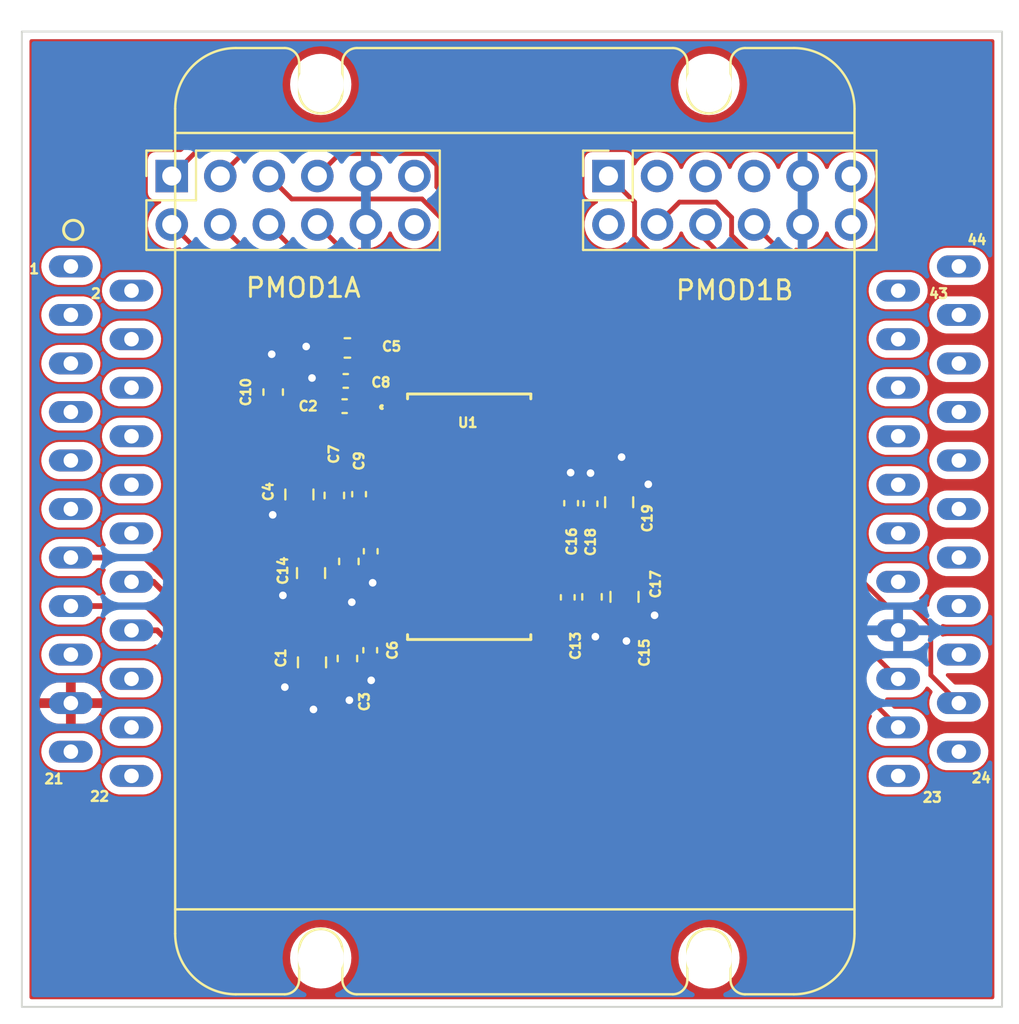
<source format=kicad_pcb>
(kicad_pcb (version 20210424) (generator pcbnew)
  (layers (0 "F.Cu" signal) (31 "B.Cu" signal) (34 "B.Paste" user) (35 "F.Paste" user) (36 "B.SilkS" user "B.Silkscreen") (37 "F.SilkS" user "F.Silkscreen") (38 "B.Mask" user) (39 "F.Mask" user) (44 "Edge.Cuts" user))
  (net 0 "")
  (net 1 "GND")
  (net 15 "+3V3")
  (net 17 "/LVDS2-")
  (net 18 "/LVDS2+")
  (net 19 "/LVDS1-")
  (net 20 "/LVDS1+")
  (net 21 "/LVDS0-")
  (net 22 "/LVDS0+")
  (net 23 "/LVDSCLK-")
  (net 24 "/LVDSCLK+")
  (net 25 "/SDIN")
  (net 26 "/SDCLK")
  (net 27 "/SDOUT")
  (net 28 "/TXIN0")
  (net 29 "/TXIN1")
  (net 30 "/TXIN2")
  (net 31 "/TXIN3")
  (net 32 "/TXIN4")
  (net 33 "/TXIN5")
  (net 34 "/TXIN6")
  (net 35 "/TXIN7")
  (net 36 "/TXCLK")
  (footprint "Capacitor_SMD:C_0402_1005Metric_Pad0.74x0.62mm_HandSolder" (layer "F.Cu") (at 163.068 93.4974 -90)
    (property "Value" "GRM155R71H102KA01J")
    (fp_text reference "C13" (at 2.54 -0.4064 90) (layer "F.SilkS") (effects (font (size 0.5 0.5))))
    (fp_text value "1n")
    (pad "1" smd roundrect locked (at -0.5675 0 270) (size 0.735 0.62) (layers "F.Cu" "F.Paste" "F.Mask") (net 15 "+3V3"))
    (pad "2" smd roundrect locked (at 0.5675 0 270) (size 0.735 0.62) (layers "F.Cu" "F.Paste" "F.Mask") (net 1 "GND"))
  )
  (footprint "Capacitor_SMD:C_0402_1005Metric_Pad0.74x0.62mm_HandSolder" (layer "F.Cu") (at 163.2458 88.5698 90)
    (property "Value" "GRM155R71H102KA01J")
    (fp_text reference "C16" (at -2.0066 0.0254 90) (layer "F.SilkS") (effects (font (size 0.5 0.5))))
    (fp_text value "1n")
    (pad "1" smd roundrect locked (at -0.5675 0 90) (size 0.735 0.62) (layers "F.Cu" "F.Paste" "F.Mask") (net 15 "+3V3"))
    (pad "2" smd roundrect locked (at 0.5675 0 90) (size 0.735 0.62) (layers "F.Cu" "F.Paste" "F.Mask") (net 1 "GND"))
  )
  (footprint "Capacitor_SMD:C_0805_2012Metric_Pad1.18x1.45mm_HandSolder" (layer "F.Cu") (at 149.6822 96.901 -90)
    (property "Value" "C0805C104Z5VACTU")
    (fp_text reference "C1" (at -0.2286 1.6256 90) (layer "F.SilkS") (effects (font (size 0.5 0.5))))
    (fp_text value "100n")
    (pad "1" smd roundrect (at -1.0375 0 270) (size 1.175 1.45) (layers "F.Cu" "F.Paste" "F.Mask") (roundrect_rratio 0.2127659574) (net 15 "+3V3"))
    (pad "2" smd roundrect (at 1.0375 0 270) (size 1.175 1.45) (layers "F.Cu" "F.Paste" "F.Mask") (roundrect_rratio 0.2127659574) (net 1 "GND"))
  )
  (footprint "Capacitor_SMD:C_0805_2012Metric_Pad1.18x1.45mm_HandSolder" (layer "F.Cu") (at 149.6314 92.2274 -90)
    (property "Value" "C0805C104Z5VACTU")
    (fp_text reference "C14" (at -0.127 1.4732 90) (layer "F.SilkS") (effects (font (size 0.5 0.5))))
    (fp_text value "100n")
    (pad "1" smd roundrect locked (at -1.0375 0 270) (size 1.175 1.45) (layers "F.Cu" "F.Paste" "F.Mask") (roundrect_rratio 0.2127659574) (net 15 "+3V3"))
    (pad "2" smd roundrect locked (at 1.0375 0 270) (size 1.175 1.45) (layers "F.Cu" "F.Paste" "F.Mask") (roundrect_rratio 0.2127659574) (net 1 "GND"))
  )
  (footprint "Capacitor_SMD:C_0603_1608Metric_Pad1.08x0.95mm_HandSolder" (layer "F.Cu") (at 151.5353 80.4418 180)
    (property "Value" "C0603C103M5RACTU")
    (fp_text reference "C5" (at -2.3125 0.0762) (layer "F.SilkS") (effects (font (size 0.5 0.5))))
    (fp_text value "10n")
    (pad "1" smd roundrect locked (at -0.8625 0 180) (size 1.075 0.95) (layers "F.Cu" "F.Paste" "F.Mask") (net 15 "+3V3"))
    (pad "2" smd roundrect locked (at 0.8625 0 180) (size 1.075 0.95) (layers "F.Cu" "F.Paste" "F.Mask") (net 1 "GND"))
  )
  (footprint "Capacitor_SMD:C_0805_2012Metric_Pad1.18x1.45mm_HandSolder" (layer "F.Cu") (at 149.0218 88.1126 -90)
    (property "Value" "C0805C104Z5VACTU")
    (fp_text reference "C4" (at -0.1524 1.6256 90) (layer "F.SilkS") (effects (font (size 0.5 0.5))))
    (fp_text value "100n")
    (pad "1" smd roundrect locked (at -1.0375 0 270) (size 1.175 1.45) (layers "F.Cu" "F.Paste" "F.Mask") (roundrect_rratio 0.2127659574) (net 15 "+3V3"))
    (pad "2" smd roundrect locked (at 1.0375 0 270) (size 1.175 1.45) (layers "F.Cu" "F.Paste" "F.Mask") (roundrect_rratio 0.2127659574) (net 1 "GND"))
  )
  (footprint "proj_footprints:PMOD" (layer "F.Cu") (at 171.8056 72.7456 90)
    (fp_text reference "J3" hide)
    (fp_text value "PMOD1B")
    (pad "1" thru_hole rect locked (at 1.302 -6.604 90) (size 1.7 1.7) (drill 1) (layers *.Cu *.Mask) (net 36 "/TXCLK"))
    (pad "2" thru_hole oval locked (at 1.302 -4.064 90) (size 1.7 1.7) (drill 1) (layers *.Cu *.Mask))
    (pad "3" thru_hole oval locked (at 1.302 -1.524 90) (size 1.7 1.7) (drill 1) (layers *.Cu *.Mask))
    (pad "4" thru_hole oval locked (at 1.302 1.016 90) (size 1.7 1.7) (drill 1) (layers *.Cu *.Mask))
    (pad "5" thru_hole oval locked (at 1.302 3.556 90) (size 1.7 1.7) (drill 1) (layers *.Cu *.Mask) (net 1 "GND"))
    (pad "6" thru_hole oval locked (at 1.302 6.096 90) (size 1.7 1.7) (drill 1) (layers *.Cu *.Mask))
    (pad "7" thru_hole oval locked (at -1.238 -6.604 90) (size 1.7 1.7) (drill 1) (layers *.Cu *.Mask))
    (pad "8" thru_hole oval locked (at -1.238 -4.064 90) (size 1.7 1.7) (drill 1) (layers *.Cu *.Mask) (net 27 "/SDOUT"))
    (pad "9" thru_hole oval locked (at -1.238 -1.524 90) (size 1.7 1.7) (drill 1) (layers *.Cu *.Mask) (net 25 "/SDIN"))
    (pad "10" thru_hole oval locked (at -1.238 1.016 90) (size 1.7 1.7) (drill 1) (layers *.Cu *.Mask) (net 26 "/SDCLK"))
    (pad "11" thru_hole oval locked (at -1.238 3.556 90) (size 1.7 1.7) (drill 1) (layers *.Cu *.Mask) (net 1 "GND"))
    (pad "12" thru_hole oval locked (at -1.238 6.096 90) (size 1.7 1.7) (drill 1) (layers *.Cu *.Mask))
  )
  (footprint "Capacitor_SMD:C_0402_1005Metric_Pad0.74x0.62mm_HandSolder" (layer "F.Cu") (at 164.2618 88.5952 90)
    (property "Value" "C0603C103M5RACTU")
    (fp_text reference "C18" (at -2.0066 0 90) (layer "F.SilkS") (effects (font (size 0.5 0.5))))
    (fp_text value "10n")
    (pad "1" smd roundrect locked (at -0.5675 0 90) (size 0.735 0.62) (layers "F.Cu" "F.Paste" "F.Mask") (net 15 "+3V3"))
    (pad "2" smd roundrect locked (at 0.5675 0 90) (size 0.735 0.62) (layers "F.Cu" "F.Paste" "F.Mask") (net 1 "GND"))
  )
  (footprint "proj_footprints:PMOD" (layer "F.Cu") (at 148.9456 72.7456 90)
    (fp_text reference "J2" hide)
    (fp_text value "PMOD1A")
    (pad "1" thru_hole rect locked (at 1.302 -6.604 90) (size 1.7 1.7) (drill 1) (layers *.Cu *.Mask) (net 28 "/TXIN0"))
    (pad "2" thru_hole oval locked (at 1.302 -4.064 90) (size 1.7 1.7) (drill 1) (layers *.Cu *.Mask) (net 29 "/TXIN1"))
    (pad "3" thru_hole oval locked (at 1.302 -1.524 90) (size 1.7 1.7) (drill 1) (layers *.Cu *.Mask) (net 30 "/TXIN2"))
    (pad "4" thru_hole oval locked (at 1.302 1.016 90) (size 1.7 1.7) (drill 1) (layers *.Cu *.Mask) (net 31 "/TXIN3"))
    (pad "5" thru_hole oval locked (at 1.302 3.556 90) (size 1.7 1.7) (drill 1) (layers *.Cu *.Mask) (net 1 "GND"))
    (pad "6" thru_hole oval locked (at 1.302 6.096 90) (size 1.7 1.7) (drill 1) (layers *.Cu *.Mask))
    (pad "7" thru_hole oval locked (at -1.238 -6.604 90) (size 1.7 1.7) (drill 1) (layers *.Cu *.Mask) (net 32 "/TXIN4"))
    (pad "8" thru_hole oval locked (at -1.238 -4.064 90) (size 1.7 1.7) (drill 1) (layers *.Cu *.Mask) (net 33 "/TXIN5"))
    (pad "9" thru_hole oval locked (at -1.238 -1.524 90) (size 1.7 1.7) (drill 1) (layers *.Cu *.Mask) (net 34 "/TXIN6"))
    (pad "10" thru_hole oval locked (at -1.238 1.016 90) (size 1.7 1.7) (drill 1) (layers *.Cu *.Mask) (net 35 "/TXIN7"))
    (pad "11" thru_hole oval locked (at -1.238 3.556 90) (size 1.7 1.7) (drill 1) (layers *.Cu *.Mask) (net 1 "GND"))
    (pad "12" thru_hole oval locked (at -1.238 6.096 90) (size 1.7 1.7) (drill 1) (layers *.Cu *.Mask))
  )
  (footprint "Capacitor_SMD:C_0603_1608Metric_Pad1.08x0.95mm_HandSolder" (layer "F.Cu") (at 164.338 93.472 -90)
    (property "Value" "C0603C103M5RACTU")
    (fp_text reference "C15" (at 2.921 -2.7432 90) (layer "F.SilkS") (effects (font (size 0.5 0.5))))
    (fp_text value "10n")
    (pad "1" smd roundrect locked (at -0.8625 0 270) (size 1.075 0.95) (layers "F.Cu" "F.Paste" "F.Mask") (net 15 "+3V3"))
    (pad "2" smd roundrect locked (at 0.8625 0 270) (size 1.075 0.95) (layers "F.Cu" "F.Paste" "F.Mask") (net 1 "GND"))
  )
  (footprint "Capacitor_SMD:C_0603_1608Metric_Pad1.08x0.95mm_HandSolder" (layer "F.Cu") (at 147.6502 82.7532 90)
    (property "Value" "GRM188R61A106KE69J")
    (fp_text reference "C10" (at 0 -1.43 90) (layer "F.SilkS") (effects (font (size 0.5 0.5))))
    (fp_text value "10u")
    (pad "1" smd roundrect (at -0.8625 0 90) (size 1.075 0.95) (layers "F.Cu" "F.Paste" "F.Mask") (net 15 "+3V3"))
    (pad "2" smd roundrect (at 0.8625 0 90) (size 1.075 0.95) (layers "F.Cu" "F.Paste" "F.Mask") (net 1 "GND"))
  )
  (footprint "Capacitor_SMD:C_0603_1608Metric_Pad1.08x0.95mm_HandSolder" (layer "F.Cu") (at 151.5364 96.6978 -90)
    (property "Value" "C0603C103M5RACTU")
    (fp_text reference "C3" (at 2.2606 -0.889 90) (layer "F.SilkS") (effects (font (size 0.5 0.5))))
    (fp_text value "10n")
    (pad "1" smd roundrect locked (at -0.8625 0 270) (size 1.075 0.95) (layers "F.Cu" "F.Paste" "F.Mask") (net 15 "+3V3"))
    (pad "2" smd roundrect locked (at 0.8625 0 270) (size 1.075 0.95) (layers "F.Cu" "F.Paste" "F.Mask") (net 1 "GND"))
  )
  (footprint "Capacitor_SMD:C_0603_1608Metric_Pad1.08x0.95mm_HandSolder" (layer "F.Cu") (at 150.8506 88.1634 -90)
    (property "Value" "C0603C103M5RACTU")
    (fp_text reference "C7" (at -2.159 0.0254 90) (layer "F.SilkS") (effects (font (size 0.5 0.5))))
    (fp_text value "10n")
    (pad "1" smd roundrect locked (at -0.8625 0 270) (size 1.075 0.95) (layers "F.Cu" "F.Paste" "F.Mask") (net 15 "+3V3"))
    (pad "2" smd roundrect locked (at 0.8625 0 270) (size 1.075 0.95) (layers "F.Cu" "F.Paste" "F.Mask") (net 1 "GND"))
  )
  (footprint "proj_footprints:pirt_test_conn" (layer "F.Cu") (at 160.2994 89.5096)
    (fp_text reference "J1" hide)
    (fp_text value "pirt_test_conn" hide)
    (fp_text user "1" (at -25.483818 -12.9032) (layer "F.SilkS") (effects (font (size 0.508 0.508) (thickness 0.127)) (justify left bottom)))
    (fp_text user "2" (at -22.258018 -11.612881) (layer "F.SilkS") (effects (font (size 0.508 0.508) (thickness 0.127)) (justify left bottom)))
    (fp_text user "44" (at 23.622 -14.4272) (layer "F.SilkS") (effects (font (size 0.508 0.508) (thickness 0.127)) (justify left bottom)))
    (fp_text user "21" (at -24.6888 13.7922) (layer "F.SilkS") (effects (font (size 0.508 0.508) (thickness 0.127)) (justify left bottom)))
    (fp_text user "22" (at -22.3012 14.7066) (layer "F.SilkS") (effects (font (size 0.508 0.508) (thickness 0.127)) (justify left bottom)))
    (fp_text user "43" (at 21.612859 -11.612881) (layer "F.SilkS") (effects (font (size 0.508 0.508) (thickness 0.127)) (justify left bottom)))
    (fp_text user "24" (at 23.8506 13.7414) (layer "F.SilkS") (effects (font (size 0.508 0.508) (thickness 0.127)) (justify left bottom)))
    (fp_text user "23" (at 21.2852 14.7574) (layer "F.SilkS") (effects (font (size 0.508 0.508) (thickness 0.127)) (justify left bottom)))
    (pad "" np_thru_hole circle (at 10.16 -22.86) (size 2.4 2.4) (drill 2.4) (layers *.Cu *.Mask))
    (pad "" np_thru_hole circle (at -10.16 -22.86) (size 2.4 2.4) (drill 2.4) (layers *.Cu *.Mask))
    (pad "" np_thru_hole circle (at -10.16 22.86) (size 2.4 2.4) (drill 2.4) (layers *.Cu *.Mask))
    (pad "" np_thru_hole circle (at 10.16 22.86) (size 2.4 2.4) (drill 2.4) (layers *.Cu *.Mask))
    (pad "1" thru_hole oval (at -23.241 -13.335) (size 2.286 1.143) (drill 0.762) (layers *.Cu *.Mask))
    (pad "2" thru_hole oval (at -20.066 -12.065) (size 2.286 1.143) (drill 0.762) (layers *.Cu *.Mask))
    (pad "3" thru_hole oval (at -23.241 -10.795) (size 2.286 1.143) (drill 0.762) (layers *.Cu *.Mask))
    (pad "4" thru_hole oval (at -20.066 -9.525) (size 2.286 1.143) (drill 0.762) (layers *.Cu *.Mask))
    (pad "5" thru_hole oval (at -23.241 -8.255) (size 2.286 1.143) (drill 0.762) (layers *.Cu *.Mask))
    (pad "6" thru_hole oval (at -20.066 -6.985) (size 2.286 1.143) (drill 0.762) (layers *.Cu *.Mask))
    (pad "7" thru_hole oval (at -23.241 -5.715) (size 2.286 1.143) (drill 0.762) (layers *.Cu *.Mask))
    (pad "8" thru_hole oval (at -20.066 -4.445) (size 2.286 1.143) (drill 0.762) (layers *.Cu *.Mask))
    (pad "9" thru_hole oval (at -23.241 -3.175) (size 2.286 1.143) (drill 0.762) (layers *.Cu *.Mask))
    (pad "10" thru_hole oval (at -20.066 -1.905) (size 2.286 1.143) (drill 0.762) (layers *.Cu *.Mask))
    (pad "11" thru_hole oval (at -23.241 -0.635) (size 2.286 1.143) (drill 0.762) (layers *.Cu *.Mask))
    (pad "12" thru_hole oval (at -20.066 0.635) (size 2.286 1.143) (drill 0.762) (layers *.Cu *.Mask))
    (pad "13" thru_hole oval (at -23.241 1.905) (size 2.286 1.143) (drill 0.762) (layers *.Cu *.Mask) (net 21 "/LVDS0-"))
    (pad "14" thru_hole oval (at -20.066 3.175) (size 2.286 1.143) (drill 0.762) (layers *.Cu *.Mask) (net 22 "/LVDS0+"))
    (pad "15" thru_hole oval (at -23.241 4.445) (size 2.286 1.143) (drill 0.762) (layers *.Cu *.Mask) (net 23 "/LVDSCLK-"))
    (pad "16" thru_hole oval (at -20.066 5.715) (size 2.286 1.143) (drill 0.762) (layers *.Cu *.Mask) (net 24 "/LVDSCLK+"))
    (pad "17" thru_hole oval (at -23.241 6.985) (size 2.286 1.143) (drill 0.762) (layers *.Cu *.Mask))
    (pad "18" thru_hole oval (at -20.066 8.255) (size 2.286 1.143) (drill 0.762) (layers *.Cu *.Mask))
    (pad "19" thru_hole oval (at -23.241 9.525) (size 2.286 1.143) (drill 0.762) (layers *.Cu *.Mask) (net 15 "+3V3"))
    (pad "20" thru_hole oval (at -20.066 10.795) (size 2.286 1.143) (drill 0.762) (layers *.Cu *.Mask))
    (pad "21" thru_hole oval (at -23.241 12.065) (size 2.286 1.143) (drill 0.762) (layers *.Cu *.Mask))
    (pad "22" thru_hole oval (at -20.066 13.335) (size 2.286 1.143) (drill 0.762) (layers *.Cu *.Mask))
    (pad "23" thru_hole oval (at 20.066 13.335) (size 2.286 1.143) (drill 0.762) (layers *.Cu *.Mask))
    (pad "24" thru_hole oval (at 23.241 12.065) (size 2.286 1.143) (drill 0.762) (layers *.Cu *.Mask))
    (pad "25" thru_hole oval (at 20.066 10.795) (size 2.286 1.143) (drill 0.762) (layers *.Cu *.Mask) (net 25 "/SDIN"))
    (pad "26" thru_hole oval (at 23.241 9.525) (size 2.286 1.143) (drill 0.762) (layers *.Cu *.Mask) (net 26 "/SDCLK"))
    (pad "27" thru_hole oval (at 20.066 8.255) (size 2.286 1.143) (drill 0.762) (layers *.Cu *.Mask) (net 27 "/SDOUT"))
    (pad "28" thru_hole oval (at 23.241 6.985) (size 2.286 1.143) (drill 0.762) (layers *.Cu *.Mask))
    (pad "29" thru_hole oval (at 20.066 5.715) (size 2.286 1.143) (drill 0.762) (layers *.Cu *.Mask) (net 1 "GND"))
    (pad "30" thru_hole oval (at 23.241 4.445) (size 2.286 1.143) (drill 0.762) (layers *.Cu *.Mask))
    (pad "31" thru_hole oval (at 20.066 3.175) (size 2.286 1.143) (drill 0.762) (layers *.Cu *.Mask))
    (pad "32" thru_hole oval (at 23.241 1.905) (size 2.286 1.143) (drill 0.762) (layers *.Cu *.Mask))
    (pad "33" thru_hole oval (at 20.066 0.635) (size 2.286 1.143) (drill 0.762) (layers *.Cu *.Mask))
    (pad "34" thru_hole oval (at 23.241 -0.635) (size 2.286 1.143) (drill 0.762) (layers *.Cu *.Mask))
    (pad "35" thru_hole oval (at 20.066 -1.905) (size 2.286 1.143) (drill 0.762) (layers *.Cu *.Mask))
    (pad "36" thru_hole oval (at 23.241 -3.175) (size 2.286 1.143) (drill 0.762) (layers *.Cu *.Mask))
    (pad "37" thru_hole oval (at 20.066 -4.445) (size 2.286 1.143) (drill 0.762) (layers *.Cu *.Mask))
    (pad "38" thru_hole oval (at 23.241 -5.715) (size 2.286 1.143) (drill 0.762) (layers *.Cu *.Mask))
    (pad "39" thru_hole oval (at 20.066 -6.985) (size 2.286 1.143) (drill 0.762) (layers *.Cu *.Mask))
    (pad "40" thru_hole oval (at 23.241 -8.255) (size 2.286 1.143) (drill 0.762) (layers *.Cu *.Mask))
    (pad "41" thru_hole oval (at 20.066 -9.525) (size 2.286 1.143) (drill 0.762) (layers *.Cu *.Mask))
    (pad "42" thru_hole oval (at 23.241 -10.795) (size 2.286 1.143) (drill 0.762) (layers *.Cu *.Mask))
    (pad "43" thru_hole oval (at 20.066 -12.065) (size 2.286 1.143) (drill 0.762) (layers *.Cu *.Mask))
    (pad "44" thru_hole oval (at 23.241 -13.335) (size 2.286 1.143) (drill 0.762) (layers *.Cu *.Mask))
    (zone (net 0) (net_name "") (layer "B.Cu") (connect_pads (clearance 0)) (min_thickness 0.254)
      (keepout (tracks not_allowed) (vias not_allowed) (pads not_allowed) (copperpour not_allowed) (footprints allowed))
      (fill (thermal_gap 0.508) (thermal_bridge_width 0.508))
      (polygon (pts (xy 172.4594 112.3696) (xy 172.429016 112.022304) (xy 172.338785 111.68556) (xy 172.191451 111.3696) (xy 171.991489 111.084025) (xy 171.744975 110.837511) (xy 171.4594 110.637549) (xy 171.14344 110.490215) (xy 170.806696 110.399984) (xy 170.4594 110.3696) (xy 170.112104 110.399984) (xy 169.77536 110.490215) (xy 169.4594 110.637549) (xy 169.173825 110.837511) (xy 168.927311 111.084025) (xy 168.727349 111.3696) (xy 168.580015 111.68556) (xy 168.489784 112.022304) (xy 168.4594 112.3696) (xy 168.489784 112.716896) (xy 168.580015 113.05364) (xy 168.727349 113.3696) (xy 168.927311 113.655175) (xy 169.173825 113.901689) (xy 169.4594 114.101651) (xy 169.77536 114.248985) (xy 170.112104 114.339216) (xy 170.4594 114.3696) (xy 170.806696 114.339216) (xy 171.14344 114.248985) (xy 171.4594 114.101651) (xy 171.744975 113.901689) (xy 171.991489 113.655175) (xy 172.191451 113.3696) (xy 172.338785 113.05364) (xy 172.429016 112.716896)))
    )
    (zone (net 0) (net_name "") (layer "B.Cu") (connect_pads (clearance 0)) (min_thickness 0.254)
      (keepout (tracks not_allowed) (vias not_allowed) (pads not_allowed) (copperpour not_allowed) (footprints allowed))
      (fill (thermal_gap 0.508) (thermal_bridge_width 0.508))
      (polygon (pts (xy 152.1394 112.3696) (xy 152.109016 112.022304) (xy 152.018785 111.68556) (xy 151.871451 111.3696) (xy 151.671489 111.084025) (xy 151.424975 110.837511) (xy 151.1394 110.637549) (xy 150.82344 110.490215) (xy 150.486696 110.399984) (xy 150.1394 110.3696) (xy 149.792104 110.399984) (xy 149.45536 110.490215) (xy 149.1394 110.637549) (xy 148.853825 110.837511) (xy 148.607311 111.084025) (xy 148.407349 111.3696) (xy 148.260015 111.68556) (xy 148.169784 112.022304) (xy 148.1394 112.3696) (xy 148.169784 112.716896) (xy 148.260015 113.05364) (xy 148.407349 113.3696) (xy 148.607311 113.655175) (xy 148.853825 113.901689) (xy 149.1394 114.101651) (xy 149.45536 114.248985) (xy 149.792104 114.339216) (xy 150.1394 114.3696) (xy 150.486696 114.339216) (xy 150.82344 114.248985) (xy 151.1394 114.101651) (xy 151.424975 113.901689) (xy 151.671489 113.655175) (xy 151.871451 113.3696) (xy 152.018785 113.05364) (xy 152.109016 112.716896)))
    )
    (zone (net 0) (net_name "") (layer "B.Cu") (connect_pads (clearance 0)) (min_thickness 0.254)
      (keepout (tracks not_allowed) (vias not_allowed) (pads not_allowed) (copperpour not_allowed) (footprints allowed))
      (fill (thermal_gap 0.508) (thermal_bridge_width 0.508))
      (polygon (pts (xy 172.4594 66.6496) (xy 172.429016 66.302304) (xy 172.338785 65.96556) (xy 172.191451 65.6496) (xy 171.991489 65.364025) (xy 171.744975 65.117511) (xy 171.4594 64.917549) (xy 171.14344 64.770215) (xy 170.806696 64.679984) (xy 170.4594 64.6496) (xy 170.112104 64.679984) (xy 169.77536 64.770215) (xy 169.4594 64.917549) (xy 169.173825 65.117511) (xy 168.927311 65.364025) (xy 168.727349 65.6496) (xy 168.580015 65.96556) (xy 168.489784 66.302304) (xy 168.4594 66.6496) (xy 168.489784 66.996896) (xy 168.580015 67.33364) (xy 168.727349 67.6496) (xy 168.927311 67.935175) (xy 169.173825 68.181689) (xy 169.4594 68.381651) (xy 169.77536 68.528985) (xy 170.112104 68.619216) (xy 170.4594 68.6496) (xy 170.806696 68.619216) (xy 171.14344 68.528985) (xy 171.4594 68.381651) (xy 171.744975 68.181689) (xy 171.991489 67.935175) (xy 172.191451 67.6496) (xy 172.338785 67.33364) (xy 172.429016 66.996896)))
    )
    (zone (net 0) (net_name "") (layer "B.Cu") (connect_pads (clearance 0)) (min_thickness 0.254)
      (keepout (tracks not_allowed) (vias not_allowed) (pads not_allowed) (copperpour not_allowed) (footprints allowed))
      (fill (thermal_gap 0.508) (thermal_bridge_width 0.508))
      (polygon (pts (xy 152.1394 66.6496) (xy 152.109016 66.302304) (xy 152.018785 65.96556) (xy 151.871451 65.6496) (xy 151.671489 65.364025) (xy 151.424975 65.117511) (xy 151.1394 64.917549) (xy 150.82344 64.770215) (xy 150.486696 64.679984) (xy 150.1394 64.6496) (xy 149.792104 64.679984) (xy 149.45536 64.770215) (xy 149.1394 64.917549) (xy 148.853825 65.117511) (xy 148.607311 65.364025) (xy 148.407349 65.6496) (xy 148.260015 65.96556) (xy 148.169784 66.302304) (xy 148.1394 66.6496) (xy 148.169784 66.996896) (xy 148.260015 67.33364) (xy 148.407349 67.6496) (xy 148.607311 67.935175) (xy 148.853825 68.181689) (xy 149.1394 68.381651) (xy 149.45536 68.528985) (xy 149.792104 68.619216) (xy 150.1394 68.6496) (xy 150.486696 68.619216) (xy 150.82344 68.528985) (xy 151.1394 68.381651) (xy 151.424975 68.181689) (xy 151.671489 67.935175) (xy 151.871451 67.6496) (xy 152.018785 67.33364) (xy 152.109016 66.996896)))
    )
  )
  (footprint "Capacitor_SMD:C_0402_1005Metric_Pad0.74x0.62mm_HandSolder" (layer "F.Cu") (at 151.3912 83.4898 180)
    (property "Value" "C0805C104Z5VACTU")
    (fp_text reference "C2" (at 1.9122 0) (layer "F.SilkS") (effects (font (size 0.5 0.5))))
    (fp_text value "100n")
    (pad "1" smd roundrect (at -0.5675 0 180) (size 0.735 0.62) (layers "F.Cu" "F.Paste" "F.Mask") (net 15 "+3V3"))
    (pad "2" smd roundrect (at 0.5675 0 180) (size 0.735 0.62) (layers "F.Cu" "F.Paste" "F.Mask") (net 1 "GND"))
  )
  (footprint "proj_footprints:MTD48" (layer "F.Cu") (at 157.859313 89.456328)
    (fp_text reference "U1" (at -0.023713 -5.102928 unlocked) (layer "F.SilkS") (effects (font (size 0.5 0.5))))
    (fp_text value "DS90CR217MTD_NOPBMTD48_TEX-L")
    (pad "1" smd rect (at -3.5687 -5.9278) (size 1.1684 0.1778) (layers "F.Cu" "F.Paste" "F.Mask") (net 32 "/TXIN4"))
    (pad "2" smd rect (at -3.5687 -5.4278) (size 1.1684 0.1778) (layers "F.Cu" "F.Paste" "F.Mask") (net 15 "+3V3"))
    (pad "3" smd rect (at -3.5687 -4.9278) (size 1.1684 0.1778) (layers "F.Cu" "F.Paste" "F.Mask") (net 33 "/TXIN5"))
    (pad "4" smd rect (at -3.5687 -4.4278) (size 1.1684 0.1778) (layers "F.Cu" "F.Paste" "F.Mask") (net 34 "/TXIN6"))
    (pad "5" smd rect (at -3.5687 -3.9278) (size 1.1684 0.1778) (layers "F.Cu" "F.Paste" "F.Mask"))
    (pad "6" smd rect (at -3.5687 -3.4278) (size 1.1684 0.1778) (layers "F.Cu" "F.Paste" "F.Mask") (net 35 "/TXIN7"))
    (pad "7" smd rect (at -3.5687 -2.9278) (size 1.1684 0.1778) (layers "F.Cu" "F.Paste" "F.Mask"))
    (pad "8" smd rect (at -3.5687 -2.4278) (size 1.1684 0.1778) (layers "F.Cu" "F.Paste" "F.Mask") (net 15 "+3V3"))
    (pad "9" smd rect (at -3.5687 -1.9278) (size 1.1684 0.1778) (layers "F.Cu" "F.Paste" "F.Mask"))
    (pad "10" smd rect (at -3.5687 -1.4278) (size 1.1684 0.1778) (layers "F.Cu" "F.Paste" "F.Mask"))
    (pad "11" smd rect (at -3.5687 -0.9278) (size 1.1684 0.1778) (layers "F.Cu" "F.Paste" "F.Mask") (net 1 "GND"))
    (pad "12" smd rect (at -3.5687 -0.4278) (size 1.1684 0.1778) (layers "F.Cu" "F.Paste" "F.Mask"))
    (pad "13" smd rect (at -3.5687 0.0722) (size 1.1684 0.1778) (layers "F.Cu" "F.Paste" "F.Mask"))
    (pad "14" smd rect (at -3.5687 0.5722) (size 1.1684 0.1778) (layers "F.Cu" "F.Paste" "F.Mask") (net 15 "+3V3"))
    (pad "15" smd rect (at -3.5687 1.0722) (size 1.1684 0.1778) (layers "F.Cu" "F.Paste" "F.Mask"))
    (pad "16" smd rect (at -3.5687 1.5722) (size 1.1684 0.1778) (layers "F.Cu" "F.Paste" "F.Mask"))
    (pad "17" smd rect (at -3.5687 2.0722) (size 1.1684 0.1778) (layers "F.Cu" "F.Paste" "F.Mask"))
    (pad "18" smd rect (at -3.5687 2.5722) (size 1.1684 0.1778) (layers "F.Cu" "F.Paste" "F.Mask"))
    (pad "19" smd rect (at -3.5687 3.0722) (size 1.1684 0.1778) (layers "F.Cu" "F.Paste" "F.Mask"))
    (pad "20" smd rect (at -3.5687 3.5722) (size 1.1684 0.1778) (layers "F.Cu" "F.Paste" "F.Mask"))
    (pad "21" smd rect (at -3.5687 4.0722) (size 1.1684 0.1778) (layers "F.Cu" "F.Paste" "F.Mask") (net 15 "+3V3"))
    (pad "22" smd rect (at -3.5687 4.5722) (size 1.1684 0.1778) (layers "F.Cu" "F.Paste" "F.Mask"))
    (pad "23" smd rect (at -3.5687 5.0722) (size 1.1684 0.1778) (layers "F.Cu" "F.Paste" "F.Mask"))
    (pad "24" smd rect (at -3.5687 5.5722) (size 1.1684 0.1778) (layers "F.Cu" "F.Paste" "F.Mask"))
    (pad "25" smd rect (at 3.6703 5.5722 180) (size 1.1684 0.1778) (layers "F.Cu" "F.Paste" "F.Mask"))
    (pad "26" smd rect (at 3.6703 5.0722 180) (size 1.1684 0.1778) (layers "F.Cu" "F.Paste" "F.Mask") (net 36 "/TXCLK"))
    (pad "27" smd rect (at 3.6703 4.5722 180) (size 1.1684 0.1778) (layers "F.Cu" "F.Paste" "F.Mask"))
    (pad "28" smd rect (at 3.6703 4.0722 180) (size 1.1684 0.1778) (layers "F.Cu" "F.Paste" "F.Mask"))
    (pad "29" smd rect (at 3.6703 3.5722 180) (size 1.1684 0.1778) (layers "F.Cu" "F.Paste" "F.Mask"))
    (pad "30" smd rect (at 3.6703 3.0722 180) (size 1.1684 0.1778) (layers "F.Cu" "F.Paste" "F.Mask") (net 15 "+3V3"))
    (pad "31" smd rect (at 3.6703 2.5722 180) (size 1.1684 0.1778) (layers "F.Cu" "F.Paste" "F.Mask"))
    (pad "32" smd rect (at 3.6703 2.0722 180) (size 1.1684 0.1778) (layers "F.Cu" "F.Paste" "F.Mask") (net 24 "/LVDSCLK+"))
    (pad "33" smd rect (at 3.6703 1.5722 180) (size 1.1684 0.1778) (layers "F.Cu" "F.Paste" "F.Mask") (net 23 "/LVDSCLK-"))
    (pad "34" smd rect (at 3.6703 1.0722 180) (size 1.1684 0.1778) (layers "F.Cu" "F.Paste" "F.Mask") (net 18 "/LVDS2+"))
    (pad "35" smd rect (at 3.6703 0.5722 180) (size 1.1684 0.1778) (layers "F.Cu" "F.Paste" "F.Mask") (net 17 "/LVDS2-"))
    (pad "36" smd rect (at 3.6703 0.0722 180) (size 1.1684 0.1778) (layers "F.Cu" "F.Paste" "F.Mask"))
    (pad "37" smd rect (at 3.6703 -0.4278 180) (size 1.1684 0.1778) (layers "F.Cu" "F.Paste" "F.Mask") (net 15 "+3V3"))
    (pad "38" smd rect (at 3.6703 -0.9278 180) (size 1.1684 0.1778) (layers "F.Cu" "F.Paste" "F.Mask") (net 20 "/LVDS1+"))
    (pad "39" smd rect (at 3.6703 -1.4278 180) (size 1.1684 0.1778) (layers "F.Cu" "F.Paste" "F.Mask") (net 19 "/LVDS1-"))
    (pad "40" smd rect (at 3.6703 -1.9278 180) (size 1.1684 0.1778) (layers "F.Cu" "F.Paste" "F.Mask") (net 22 "/LVDS0+"))
    (pad "41" smd rect (at 3.6703 -2.4278 180) (size 1.1684 0.1778) (layers "F.Cu" "F.Paste" "F.Mask") (net 21 "/LVDS0-"))
    (pad "42" smd rect (at 3.6703 -2.9278 180) (size 1.1684 0.1778) (layers "F.Cu" "F.Paste" "F.Mask"))
    (pad "43" smd rect (at 3.6703 -3.4278 180) (size 1.1684 0.1778) (layers "F.Cu" "F.Paste" "F.Mask"))
    (pad "44" smd rect (at 3.6703 -3.9278 180) (size 1.1684 0.1778) (layers "F.Cu" "F.Paste" "F.Mask") (net 28 "/TXIN0"))
    (pad "45" smd rect (at 3.6703 -4.4278 180) (size 1.1684 0.1778) (layers "F.Cu" "F.Paste" "F.Mask") (net 29 "/TXIN1"))
    (pad "46" smd rect (at 3.6703 -4.9278 180) (size 1.1684 0.1778) (layers "F.Cu" "F.Paste" "F.Mask"))
    (pad "47" smd rect (at 3.6703 -5.4278 180) (size 1.1684 0.1778) (layers "F.Cu" "F.Paste" "F.Mask") (net 30 "/TXIN2"))
    (pad "48" smd rect (at 3.6703 -5.9278 180) (size 1.1684 0.1778) (layers "F.Cu" "F.Paste" "F.Mask") (net 31 "/TXIN3"))
  )
  (footprint "Capacitor_SMD:C_0805_2012Metric_Pad1.18x1.45mm_HandSolder" (layer "F.Cu") (at 166.0398 93.472 -90)
    (property "Value" "C0805C104Z5VACTU")
    (fp_text reference "C17" (at -0.6604 -1.6256 90) (layer "F.SilkS") (effects (font (size 0.5 0.5))))
    (fp_text value "100n")
    (pad "1" smd roundrect (at -1.0375 0 270) (size 1.175 1.45) (layers "F.Cu" "F.Paste" "F.Mask") (roundrect_rratio 0.2127659574) (net 15 "+3V3"))
    (pad "2" smd roundrect (at 1.0375 0 270) (size 1.175 1.45) (layers "F.Cu" "F.Paste" "F.Mask") (roundrect_rratio 0.2127659574) (net 1 "GND"))
  )
  (footprint "Capacitor_SMD:C_0402_1005Metric_Pad0.74x0.62mm_HandSolder" (layer "F.Cu") (at 151.449 82.169 180)
    (property "Value" "GRM155R71H102KA01J")
    (fp_text reference "C8" (at -1.84 -0.0762) (layer "F.SilkS") (effects (font (size 0.5 0.5))))
    (fp_text value "1n")
    (pad "1" smd roundrect (at -0.5675 0 180) (size 0.735 0.62) (layers "F.Cu" "F.Paste" "F.Mask") (net 15 "+3V3"))
    (pad "2" smd roundrect (at 0.5675 0 180) (size 0.735 0.62) (layers "F.Cu" "F.Paste" "F.Mask") (net 1 "GND"))
  )
  (footprint "Capacitor_SMD:C_0402_1005Metric_Pad0.74x0.62mm_HandSolder" (layer "F.Cu") (at 152.7556 91.0844 -90)
    (property "Value" "GRM155R71H102KA01J")
    (fp_text reference "C11" hide)
    (fp_text value "1n")
    (pad "1" smd roundrect (at -0.5675 0 270) (size 0.735 0.62) (layers "F.Cu" "F.Paste" "F.Mask") (net 15 "+3V3"))
    (pad "2" smd roundrect (at 0.5675 0 270) (size 0.735 0.62) (layers "F.Cu" "F.Paste" "F.Mask") (net 1 "GND"))
  )
  (footprint "Capacitor_SMD:C_0402_1005Metric_Pad0.74x0.62mm_HandSolder" (layer "F.Cu") (at 152.146 88.0984 -90)
    (property "Value" "GRM155R71H102KA01J")
    (fp_text reference "C9" (at -1.7384 0 90) (layer "F.SilkS") (effects (font (size 0.5 0.5))))
    (fp_text value "1n")
    (pad "1" smd roundrect (at -0.5675 0 270) (size 0.735 0.62) (layers "F.Cu" "F.Paste" "F.Mask") (net 15 "+3V3"))
    (pad "2" smd roundrect (at 0.5675 0 270) (size 0.735 0.62) (layers "F.Cu" "F.Paste" "F.Mask") (net 1 "GND"))
  )
  (footprint "Capacitor_SMD:C_0402_1005Metric_Pad0.74x0.62mm_HandSolder" (layer "F.Cu") (at 152.7302 96.266 -90)
    (property "Value" "GRM155R71H102KA01J")
    (fp_text reference "C6" (at 0 -1.16 90) (layer "F.SilkS") (effects (font (size 0.5 0.5))))
    (fp_text value "1n")
    (pad "1" smd roundrect locked (at -0.5675 0 270) (size 0.735 0.62) (layers "F.Cu" "F.Paste" "F.Mask") (net 15 "+3V3"))
    (pad "2" smd roundrect locked (at 0.5675 0 270) (size 0.735 0.62) (layers "F.Cu" "F.Paste" "F.Mask") (net 1 "GND"))
  )
  (footprint "Capacitor_SMD:C_0603_1608Metric_Pad1.08x0.95mm_HandSolder" (layer "F.Cu") (at 151.6126 91.6178 -90)
    (property "Value" "C0603C103M5RACTU")
    (fp_text reference "C12" hide)
    (fp_text value "10n")
    (pad "1" smd roundrect (at -0.8625 0 270) (size 1.075 0.95) (layers "F.Cu" "F.Paste" "F.Mask") (net 15 "+3V3"))
    (pad "2" smd roundrect (at 0.8625 0 270) (size 1.075 0.95) (layers "F.Cu" "F.Paste" "F.Mask") (net 1 "GND"))
  )
  (footprint "Capacitor_SMD:C_0805_2012Metric_Pad1.18x1.45mm_HandSolder" (layer "F.Cu") (at 165.7604 88.519 90)
    (property "Value" "C0805C104Z5VACTU")
    (fp_text reference "C19" (at -0.8382 1.4732 90) (layer "F.SilkS") (effects (font (size 0.5 0.5))))
    (fp_text value "100n")
    (pad "1" smd roundrect locked (at -1.0375 0 90) (size 1.175 1.45) (layers "F.Cu" "F.Paste" "F.Mask") (roundrect_rratio 0.2127659574) (net 15 "+3V3"))
    (pad "2" smd roundrect locked (at 1.0375 0 90) (size 1.175 1.45) (layers "F.Cu" "F.Paste" "F.Mask") (roundrect_rratio 0.2127659574) (net 1 "GND"))
  )
  (gr_rect (start 134.493 63.881) (end 185.801 114.935) (layer "Edge.Cuts") (width 0.1) (fill none))
  (gr_text "PMOD1B" (at 171.8056 77.4192) (layer "F.SilkS") (effects (font (size 1 1))))
  (gr_text "PMOD1A" (at 149.225 77.2922) (layer "F.SilkS") (effects (font (size 1 1))))
  (segment (start 152.781 97.8408) (end 152.781 96.8843) (width 0.25) (layer "F.Cu") (net 1))
  (segment (start 151.786 89.0259) (end 152.146 88.6659) (width 0.25) (layer "F.Cu") (net 1))
  (segment (start 152.146 88.6659) (end 152.283372 88.528528) (width 0.25) (layer "F.Cu") (net 1))
  (segment (start 149.6822 82.0166) (end 150.7291 82.0166) (width 0.25) (layer "F.Cu") (net 1))
  (segment (start 150.7291 82.0166) (end 150.8815 82.169) (width 0.25) (layer "F.Cu") (net 1))
  (segment (start 163.2458 86.995) (end 163.2204 86.9696) (width 0.25) (layer "F.Cu") (net 1))
  (segment (start 164.5158 94.5123) (end 164.338 94.3345) (width 0.25) (layer "F.Cu") (net 1))
  (segment (start 149.4243 98.1964) (end 149.6822 97.9385) (width 0.25) (layer "F.Cu") (net 1))
  (segment (start 152.7556 91.6519) (end 152.441 91.6519) (width 0.25) (layer "F.Cu") (net 1))
  (segment (start 148.2598 98.1964) (end 149.4243 98.1964) (width 0.25) (layer "F.Cu") (net 1))
  (segment (start 152.8572 91.7535) (end 152.7556 91.6519) (width 0.25) (layer "F.Cu") (net 1))
  (segment (start 151.8169 97.8408) (end 151.5364 97.5603) (width 0.25) (layer "F.Cu") (net 1))
  (segment (start 167.5423 94.5095) (end 167.6146 94.4372) (width 0.25) (layer "F.Cu") (net 1))
  (segment (start 149.0218 89.1501) (end 150.7264 89.1501) (width 0.25) (layer "F.Cu") (net 1))
  (segment (start 165.8648 94.3345) (end 166.0398 94.5095) (width 0.25) (layer "F.Cu") (net 1))
  (segment (start 151.6126 92.4803) (end 150.416 92.4803) (width 0.25) (layer "F.Cu") (net 1))
  (segment (start 150.8237 82.2268) (end 150.8815 82.169) (width 0.25) (layer "F.Cu") (net 1))
  (segment (start 151.5364 97.5603) (end 150.0604 97.5603) (width 0.25) (layer "F.Cu") (net 1))
  (segment (start 163.2458 88.0023) (end 163.2458 86.995) (width 0.25) (layer "F.Cu") (net 1))
  (segment (start 166.0398 94.5095) (end 167.5423 94.5095) (width 0.25) (layer "F.Cu") (net 1))
  (segment (start 164.0684 94.0649) (end 164.338 94.3345) (width 0.25) (layer "F.Cu") (net 1))
  (segment (start 152.441 91.6519) (end 151.6126 92.4803) (width 0.25) (layer "F.Cu") (net 1))
  (segment (start 164.338 94.3345) (end 165.8648 94.3345) (width 0.25) (layer "F.Cu") (net 1))
  (segment (start 151.638 97.6619) (end 151.5364 97.5603) (width 0.25) (layer "F.Cu") (net 1))
  (segment (start 166.1414 95.7834) (end 166.1414 94.6111) (width 0.25) (layer "F.Cu") (net 1))
  (segment (start 149.7584 99.3648) (end 149.7584 98.0147) (width 0.25) (layer "F.Cu") (net 1))
  (segment (start 152.283372 88.528528) (end 154.290613 88.528528) (width 0.25) (layer "F.Cu") (net 1))
  (segment (start 167.2844 87.5792) (end 165.8581 87.5792) (width 0.25) (layer "F.Cu") (net 1))
  (segment (start 164.5158 95.5548) (end 164.5158 94.5123) (width 0.25) (layer "F.Cu") (net 1))
  (segment (start 150.8815 80.6505) (end 150.6728 80.4418) (width 0.25) (layer "F.Cu") (net 1))
  (segment (start 147.574 80.772) (end 147.574 81.8145) (width 0.25) (layer "F.Cu") (net 1))
  (segment (start 151.638 98.8822) (end 151.638 97.6619) (width 0.25) (layer "F.Cu") (net 1))
  (segment (start 166.1414 94.6111) (end 166.0398 94.5095) (width 0.25) (layer "F.Cu") (net 1))
  (segment (start 150.8815 82.169) (end 150.8815 80.6505) (width 0.25) (layer "F.Cu") (net 1))
  (segment (start 149.45242 80.4418) (end 149.3774 80.36678) (width 0.25) (layer "F.Cu") (net 1))
  (segment (start 148.9925 89.1794) (end 149.0218 89.1501) (width 0.25) (layer "F.Cu") (net 1))
  (segment (start 165.8581 87.5792) (end 165.7604 87.4815) (width 0.25) (layer "F.Cu") (net 1))
  (segment (start 147.574 81.8145) (end 147.6502 81.8907) (width 0.25) (layer "F.Cu") (net 1))
  (segment (start 150.7264 89.1501) (end 150.8506 89.0259) (width 0.25) (layer "F.Cu") (net 1))
  (segment (start 151.765 92.6327) (end 151.6126 92.4803) (width 0.25) (layer "F.Cu") (net 1))
  (segment (start 147.6248 89.1794) (end 148.9925 89.1794) (width 0.25) (layer "F.Cu") (net 1))
  (segment (start 148.1582 93.3958) (end 149.5005 93.3958) (width 0.25) (layer "F.Cu") (net 1))
  (segment (start 152.781 96.8843) (end 152.7302 96.8335) (width 0.25) (layer "F.Cu") (net 1))
  (segment (start 152.8572 92.7354) (end 152.8572 91.7535) (width 0.25) (layer "F.Cu") (net 1))
  (segment (start 165.7604 86.2838) (end 165.8874 86.1568) (width 0.25) (layer "F.Cu") (net 1))
  (segment (start 150.6728 80.4418) (end 149.45242 80.4418) (width 0.25) (layer "F.Cu") (net 1))
  (segment (start 149.7584 98.0147) (end 149.6822 97.9385) (width 0.25) (layer "F.Cu") (net 1))
  (segment (start 151.765 93.7514) (end 151.765 92.6327) (width 0.25) (layer "F.Cu") (net 1))
  (segment (start 150.0604 97.5603) (end 149.6822 97.9385) (width 0.25) (layer "F.Cu") (net 1))
  (segment (start 164.2618 88.0277) (end 164.2618 86.995) (width 0.25) (layer "F.Cu") (net 1))
  (segment (start 150.8506 89.0259) (end 151.786 89.0259) (width 0.25) (layer "F.Cu") (net 1))
  (segment (start 149.5005 93.3958) (end 149.6314 93.2649) (width 0.25) (layer "F.Cu") (net 1))
  (segment (start 150.8237 83.4898) (end 150.8237 82.2268) (width 0.25) (layer "F.Cu") (net 1))
  (segment (start 152.781 97.8408) (end 151.8169 97.8408) (width 0.25) (layer "F.Cu") (net 1))
  (segment (start 165.7604 87.4815) (end 165.7604 86.2838) (width 0.25) (layer "F.Cu") (net 1))
  (segment (start 163.068 94.0649) (end 164.0684 94.0649) (width 0.25) (layer "F.Cu") (net 1))
  (segment (start 150.416 92.4803) (end 149.6314 93.2649) (width 0.25) (layer "F.Cu") (net 1))
  (via (at 163.2204 86.9696) (size 0.8) (drill 0.4) (layers "F.Cu" "B.Cu") (net 1))
  (via (at 152.8572 92.7354) (size 0.8) (drill 0.4) (layers "F.Cu" "B.Cu") (net 1))
  (via (at 164.5158 95.5548) (size 0.8) (drill 0.4) (layers "F.Cu" "B.Cu") (net 1))
  (via (at 149.6822 82.0166) (size 0.8) (drill 0.4) (layers "F.Cu" "B.Cu") (net 1))
  (via (at 147.574 80.772) (size 0.8) (drill 0.4) (layers "F.Cu" "B.Cu") (net 1))
  (via (at 152.781 97.8408) (size 0.8) (drill 0.4) (layers "F.Cu" "B.Cu") (net 1))
  (via (at 148.2598 98.1964) (size 0.8) (drill 0.4) (layers "F.Cu" "B.Cu") (net 1))
  (via (at 166.1414 95.7834) (size 0.8) (drill 0.4) (layers "F.Cu" "B.Cu") (net 1))
  (via (at 148.1582 93.3958) (size 0.8) (drill 0.4) (layers "F.Cu" "B.Cu") (net 1))
  (via (at 167.6146 94.4372) (size 0.8) (drill 0.4) (layers "F.Cu" "B.Cu") (net 1))
  (via (at 149.3774 80.36678) (size 0.8) (drill 0.4) (layers "F.Cu" "B.Cu") (net 1))
  (via (at 151.638 98.8822) (size 0.8) (drill 0.4) (layers "F.Cu" "B.Cu") (net 1))
  (via (at 149.7584 99.3648) (size 0.8) (drill 0.4) (layers "F.Cu" "B.Cu") (net 1))
  (via (at 165.8874 86.1568) (size 0.8) (drill 0.4) (layers "F.Cu" "B.Cu") (net 1))
  (via (at 147.6248 89.1794) (size 0.8) (drill 0.4) (layers "F.Cu" "B.Cu") (net 1))
  (via (at 164.2618 86.995) (size 0.8) (drill 0.4) (layers "F.Cu" "B.Cu") (net 1))
  (via (at 167.2844 87.5792) (size 0.8) (drill 0.4) (layers "F.Cu" "B.Cu") (net 1))
  (via (at 151.765 93.7514) (size 0.8) (drill 0.4) (layers "F.Cu" "B.Cu") (net 1))
  (segment (start 162.666628 92.528528) (end 163.068 92.9299) (width 0.25) (layer "F.Cu") (net 15))
  (segment (start 164.2618 89.1627) (end 165.3666 89.1627) (width 0.25) (layer "F.Cu") (net 15))
  (segment (start 165.3666 89.1627) (end 165.7604 89.5565) (width 0.25) (layer "F.Cu") (net 15))
  (segment (start 151.851 90.5169) (end 152.7556 90.5169) (width 1) (layer "F.Cu") (net 15))
  (segment (start 152.648372 87.028528) (end 152.146 87.5309) (width 0.25) (layer "F.Cu") (net 15))
  (segment (start 154.290613 93.528528) (end 153.456413 93.528528) (width 0.25) (layer "F.Cu") (net 15))
  (segment (start 152.3978 80.4418) (end 152.3978 81.7877) (width 0.5) (layer "F.Cu") (net 15))
  (segment (start 151.6126 90.7553) (end 150.066 90.7553) (width 1) (layer "F.Cu") (net 15))
  (segment (start 149.7104 95.8353) (end 149.6822 95.8635) (width 0.25) (layer "F.Cu") (net 15))
  (segment (start 151.6126 90.7553) (end 151.851 90.5169) (width 1) (layer "F.Cu") (net 15))
  (segment (start 152.0165 82.169) (end 152.0165 83.432) (width 0.25) (layer "F.Cu") (net 15))
  (segment (start 152.7302 95.6985) (end 151.6732 95.6985) (width 0.25) (layer "F.Cu") (net 15))
  (segment (start 149.2476 87.3009) (end 149.0218 87.0751) (width 1) (layer "F.Cu") (net 15))
  (segment (start 151.9587 83.4898) (end 152.497428 84.028528) (width 0.25) (layer "F.Cu") (net 15))
  (segment (start 154.290613 84.028528) (end 153.878528 84.028528) (width 0.25) (layer "F.Cu") (net 15))
  (segment (start 161.529613 92.528528) (end 162.666628 92.528528) (width 0.25) (layer "F.Cu") (net 15))
  (segment (start 150.066 90.7553) (end 149.6314 91.1899) (width 1) (layer "F.Cu") (net 15))
  (segment (start 154.290613 90.028528) (end 153.243972 90.028528) (width 0.25) (layer "F.Cu") (net 15))
  (segment (start 152.0165 82.588615) (end 152.0165 82.169) (width 0.25) (layer "F.Cu") (net 15))
  (segment (start 152.3978 81.7877) (end 152.0165 82.169) (width 0.5) (layer "F.Cu") (net 15))
  (segment (start 163.2458 89.1373) (end 163.137028 89.028528) (width 0.25) (layer "F.Cu") (net 15))
  (segment (start 151.5364 95.8353) (end 149.7104 95.8353) (width 0.25) (layer "F.Cu") (net 15))
  (segment (start 151.6732 95.6985) (end 151.5364 95.8353) (width 0.25) (layer "F.Cu") (net 15))
  (segment (start 153.243972 90.028528) (end 152.7556 90.5169) (width 0.25) (layer "F.Cu") (net 15))
  (segment (start 150.8506 87.3009) (end 149.2476 87.3009) (width 1) (layer "F.Cu") (net 15))
  (segment (start 153.456413 93.528528) (end 152.7302 94.254741) (width 0.25) (layer "F.Cu") (net 15))
  (segment (start 154.290613 87.028528) (end 152.648372 87.028528) (width 0.25) (layer "F.Cu") (net 15))
  (segment (start 152.497428 84.028528) (end 153.878528 84.028528) (width 0.25) (layer "F.Cu") (net 15))
  (segment (start 152.0165 83.432) (end 151.9587 83.4898) (width 0.25) (layer "F.Cu") (net 15))
  (segment (start 152.7302 94.254741) (end 152.7302 95.6985) (width 0.25) (layer "F.Cu") (net 15))
  (segment (start 163.137028 89.028528) (end 161.529613 89.028528) (width 0.25) (layer "F.Cu") (net 15))
  (segment (start 153.878528 84.028528) (end 153.456413 84.028528) (width 0.25) (layer "F.Cu") (net 15))
  (segment (start 137.0584 91.4146) (end 140.9146 91.4146) (width 0.3) (layer "F.Cu") (net 21))
  (segment (start 154.045957 102.350489) (end 158.250489 98.145957) (width 0.3) (layer "F.Cu") (net 21))
  (segment (start 140.9146 91.4146) (end 145.25 95.75) (width 0.3) (layer "F.Cu") (net 21))
  (segment (start 158.250489 88.949511) (end 160.171472 87.028528) (width 0.3) (layer "F.Cu") (net 21))
  (segment (start 145.25 99.643584) (end 147.956905 102.350489) (width 0.3) (layer "F.Cu") (net 21))
  (segment (start 158.250489 98.145957) (end 158.250489 88.949511) (width 0.3) (layer "F.Cu") (net 21))
  (segment (start 147.956905 102.350489) (end 154.045957 102.350489) (width 0.3) (layer "F.Cu") (net 21))
  (segment (start 160.171472 87.028528) (end 161.529613 87.028528) (width 0.3) (layer "F.Cu") (net 21))
  (segment (start 145.25 95.75) (end 145.25 99.643584) (width 0.3) (layer "F.Cu") (net 21))
  (segment (start 144.750489 99.850489) (end 147.75 102.85) (width 0.3) (layer "F.Cu") (net 22))
  (segment (start 160.377888 87.528528) (end 161.529613 87.528528) (width 0.3) (layer "F.Cu") (net 22))
  (segment (start 147.75 102.85) (end 154.253554 102.85) (width 0.3) (layer "F.Cu") (net 22))
  (segment (start 144.750489 96.050489) (end 144.750489 99.850489) (width 0.3) (layer "F.Cu") (net 22))
  (segment (start 140.2334 92.6846) (end 141.3846 92.6846) (width 0.3) (layer "F.Cu") (net 22))
  (segment (start 158.826777 89.079639) (end 160.377888 87.528528) (width 0.3) (layer "F.Cu") (net 22))
  (segment (start 158.826777 98.276777) (end 158.826777 89.079639) (width 0.3) (layer "F.Cu") (net 22))
  (segment (start 141.3846 92.6846) (end 144.750489 96.050489) (width 0.3) (layer "F.Cu") (net 22))
  (segment (start 154.253554 102.85) (end 158.826777 98.276777) (width 0.3) (layer "F.Cu") (net 22))
  (segment (start 141.011015 93.9546) (end 143.7 96.643585) (width 0.3) (layer "F.Cu") (net 23))
  (segment (start 160.520299 91.028528) (end 161.529613 91.028528) (width 0.3) (layer "F.Cu") (net 23))
  (segment (start 143.7 100.346446) (end 147.453554 104.1) (width 0.3) (layer "F.Cu") (net 23))
  (segment (start 143.7 96.643585) (end 143.7 100.346446) (width 0.3) (layer "F.Cu") (net 23))
  (segment (start 160.095911 98.400535) (end 160.095911 91.452916) (width 0.3) (layer "F.Cu") (net 23))
  (segment (start 137.0584 93.9546) (end 141.011015 93.9546) (width 0.3) (layer "F.Cu") (net 23))
  (segment (start 160.095911 91.452916) (end 160.520299 91.028528) (width 0.3) (layer "F.Cu") (net 23))
  (segment (start 147.453554 104.1) (end 154.396446 104.1) (width 0.3) (layer "F.Cu") (net 23))
  (segment (start 154.396446 104.1) (end 160.095911 98.400535) (width 0.3) (layer "F.Cu") (net 23))
  (segment (start 141.5746 95.2246) (end 143.2 96.85) (width 0.3) (layer "F.Cu") (net 24))
  (segment (start 154.603554 104.6) (end 160.595902 98.607652) (width 0.3) (layer "F.Cu") (net 24))
  (segment (start 143.2 96.85) (end 143.2 100.553554) (width 0.3) (layer "F.Cu") (net 24))
  (segment (start 160.595902 91.660019) (end 160.727393 91.528528) (width 0.3) (layer "F.Cu") (net 24))
  (segment (start 147.246446 104.6) (end 154.603554 104.6) (width 0.3) (layer "F.Cu") (net 24))
  (segment (start 160.727393 91.528528) (end 161.529613 91.528528) (width 0.3) (layer "F.Cu") (net 24))
  (segment (start 160.595902 98.607652) (end 160.595902 91.660019) (width 0.3) (layer "F.Cu") (net 24))
  (segment (start 140.2334 95.2246) (end 141.5746 95.2246) (width 0.3) (layer "F.Cu") (net 24))
  (segment (start 143.2 100.553554) (end 147.246446 104.6) (width 0.3) (layer "F.Cu") (net 24))
  (segment (start 170.2816 74.7776) (end 175.26 79.756) (width 0.25) (layer "F.Cu") (net 25))
  (segment (start 170.2816 73.9836) (end 170.2816 74.7776) (width 0.25) (layer "F.Cu") (net 25))
  (segment (start 175.26 79.756) (end 175.26 95.1992) (width 0.25) (layer "F.Cu") (net 25))
  (segment (start 175.26 95.1992) (end 180.3654 100.3046) (width 0.25) (layer "F.Cu") (net 25))
  (segment (start 182.07288 97.56708) (end 182.07288 94.95088) (width 0.25) (layer "F.Cu") (net 26))
  (segment (start 177.292 91.449863) (end 177.292 78.454) (width 0.25) (layer "F.Cu") (net 26))
  (segment (start 177.292 78.454) (end 172.8216 73.9836) (width 0.25) (layer "F.Cu") (net 26))
  (segment (start 177.292 91.449863) (end 177.292 88.646) (width 0.25) (layer "F.Cu") (net 26))
  (segment (start 182.07288 94.95088) (end 181.102 93.98) (width 0.25) (layer "F.Cu") (net 26))
  (segment (start 181.102 93.98) (end 179.822137 93.98) (width 0.25) (layer "F.Cu") (net 26))
  (segment (start 183.5404 99.0346) (end 182.07288 97.56708) (width 0.25) (layer "F.Cu") (net 26))
  (segment (start 179.822137 93.98) (end 177.292 91.449863) (width 0.25) (layer "F.Cu") (net 26))
  (segment (start 171.647089 73.610812) (end 171.647089 74.547366) (width 0.25) (layer "F.Cu") (net 27))
  (segment (start 176.276 79.176277) (end 176.276 93.6752) (width 0.25) (layer "F.Cu") (net 27))
  (segment (start 171.647089 74.547366) (end 176.276 79.176277) (width 0.25) (layer "F.Cu") (net 27))
  (segment (start 176.276 93.6752) (end 180.3654 97.7646) (width 0.25) (layer "F.Cu") (net 27))
  (segment (start 168.916111 72.809089) (end 170.845366 72.809089) (width 0.25) (layer "F.Cu") (net 27))
  (segment (start 170.845366 72.809089) (end 171.647089 73.610812) (width 0.25) (layer "F.Cu") (net 27))
  (segment (start 167.7416 73.9836) (end 168.916111 72.809089) (width 0.25) (layer "F.Cu") (net 27))
  (segment (start 157.115133 70.507448) (end 157.115133 70.628133) (width 0.25) (layer "F.Cu") (net 28))
  (segment (start 142.3416 71.4436) (end 144.46092 69.32428) (width 0.25) (layer "F.Cu") (net 28))
  (segment (start 163.83 77.343) (end 163.83 84.582) (width 0.25) (layer "F.Cu") (net 28))
  (segment (start 155.931965 69.32428) (end 157.115133 70.507448) (width 0.25) (layer "F.Cu") (net 28))
  (segment (start 144.46092 69.32428) (end 155.931965 69.32428) (width 0.25) (layer "F.Cu") (net 28))
  (segment (start 163.83 84.582) (end 162.883472 85.528528) (width 0.25) (layer "F.Cu") (net 28))
  (segment (start 157.115133 70.628133) (end 163.83 77.343) (width 0.25) (layer "F.Cu") (net 28))
  (segment (start 162.883472 85.528528) (end 161.529613 85.528528) (width 0.25) (layer "F.Cu") (net 28))
  (segment (start 156.665622 70.693641) (end 156.665622 71.321622) (width 0.25) (layer "F.Cu") (net 29))
  (segment (start 155.79156 69.819579) (end 156.665622 70.693641) (width 0.25) (layer "F.Cu") (net 29))
  (segment (start 146.505621 69.819579) (end 155.79156 69.819579) (width 0.25) (layer "F.Cu") (net 29))
  (segment (start 144.8816 71.4436) (end 146.505621 69.819579) (width 0.25) (layer "F.Cu") (net 29))
  (segment (start 156.665622 71.321622) (end 162.6616 77.3176) (width 0.25) (layer "F.Cu") (net 29))
  (segment (start 162.363813 85.028528) (end 161.529613 85.028528) (width 0.25) (layer "F.Cu") (net 29))
  (segment (start 162.6616 84.730741) (end 162.363813 85.028528) (width 0.25) (layer "F.Cu") (net 29))
  (segment (start 162.6616 77.3176) (end 162.6616 84.730741) (width 0.25) (layer "F.Cu") (net 29))
  (segment (start 160.695413 84.028528) (end 160.528 83.861115) (width 0.25) (layer "F.Cu") (net 30))
  (segment (start 155.440277 72.644) (end 148.622 72.644) (width 0.25) (layer "F.Cu") (net 30))
  (segment (start 160.528 83.861115) (end 160.528 77.731723) (width 0.25) (layer "F.Cu") (net 30))
  (segment (start 161.529613 84.028528) (end 160.695413 84.028528) (width 0.25) (layer "F.Cu") (net 30))
  (segment (start 160.528 77.731723) (end 155.440277 72.644) (width 0.25) (layer "F.Cu") (net 30))
  (segment (start 148.622 72.644) (end 147.4216 71.4436) (width 0.25) (layer "F.Cu") (net 30))
  (segment (start 151.136111 70.269089) (end 149.9616 71.4436) (width 0.25) (layer "F.Cu") (net 31))
  (segment (start 156.216111 72.015111) (end 156.216111 70.879834) (width 0.25) (layer "F.Cu") (net 31))
  (segment (start 155.605366 70.269089) (end 151.136111 70.269089) (width 0.25) (layer "F.Cu") (net 31))
  (segment (start 156.216111 70.879834) (end 155.605366 70.269089) (width 0.25) (layer "F.Cu") (net 31))
  (segment (start 161.529613 77.328613) (end 156.216111 72.015111) (width 0.25) (layer "F.Cu") (net 31))
  (segment (start 161.529613 83.528528) (end 161.529613 77.328613) (width 0.25) (layer "F.Cu") (net 31))
  (segment (start 152.937668 79.64228) (end 148.00028 79.64228) (width 0.25) (layer "F.Cu") (net 32))
  (segment (start 148.00028 79.64228) (end 142.3416 73.9836) (width 0.25) (layer "F.Cu") (net 32))
  (segment (start 154.290613 83.528528) (end 154.290613 80.995225) (width 0.25) (layer "F.Cu") (net 32))
  (segment (start 154.290613 80.995225) (end 152.937668 79.64228) (width 0.25) (layer "F.Cu") (net 32))
  (segment (start 155.199324 84.377037) (end 155.047833 84.528528) (width 0.25) (layer "F.Cu") (net 33))
  (segment (start 155.047833 84.528528) (end 154.290613 84.528528) (width 0.25) (layer "F.Cu") (net 33))
  (segment (start 150.090769 79.192769) (end 153.123862 79.19277) (width 0.25) (layer "F.Cu") (net 33))
  (segment (start 153.123862 79.19277) (end 155.199324 81.268232) (width 0.25) (layer "F.Cu") (net 33))
  (segment (start 144.8816 73.9836) (end 150.090769 79.192769) (width 0.25) (layer "F.Cu") (net 33))
  (segment (start 155.199324 81.268232) (end 155.199324 84.377037) (width 0.25) (layer "F.Cu") (net 33))
  (segment (start 155.183537 85.028528) (end 154.290613 85.028528) (width 0.25) (layer "F.Cu") (net 34))
  (segment (start 152.18126 78.74326) (end 153.310056 78.74326) (width 0.25) (layer "F.Cu") (net 34))
  (segment (start 155.648834 81.082038) (end 155.648834 84.563231) (width 0.25) (layer "F.Cu") (net 34))
  (segment (start 155.648834 84.563231) (end 155.183537 85.028528) (width 0.25) (layer "F.Cu") (net 34))
  (segment (start 147.4216 73.9836) (end 152.18126 78.74326) (width 0.25) (layer "F.Cu") (net 34))
  (segment (start 153.310056 78.74326) (end 155.648834 81.082038) (width 0.25) (layer "F.Cu") (net 34))
  (segment (start 156.098345 85.054996) (end 156.098345 80.120345) (width 0.25) (layer "F.Cu") (net 35))
  (segment (start 156.098345 80.120345) (end 149.9616 73.9836) (width 0.25) (layer "F.Cu") (net 35))
  (segment (start 154.290613 86.028528) (end 155.124813 86.028528) (width 0.25) (layer "F.Cu") (net 35))
  (segment (start 155.124813 86.028528) (end 156.098345 85.054996) (width 0.25) (layer "F.Cu") (net 35))
  (segment (start 167.894 98.298) (end 164.719 98.298) (width 0.25) (layer "F.Cu") (net 36))
  (segment (start 166.567089 74.619089) (end 172.212 80.264) (width 0.25) (layer "F.Cu") (net 36))
  (segment (start 162.286833 94.528528) (end 161.529613 94.528528) (width 0.25) (layer "F.Cu") (net 36))
  (segment (start 172.212 93.98) (end 167.894 98.298) (width 0.25) (layer "F.Cu") (net 36))
  (segment (start 162.438324 96.017324) (end 162.438324 94.680019) (width 0.25) (layer "F.Cu") (net 36))
  (segment (start 166.567089 72.809089) (end 166.567089 74.619089) (width 0.25) (layer "F.Cu") (net 36))
  (segment (start 162.438324 94.680019) (end 162.286833 94.528528) (width 0.25) (layer "F.Cu") (net 36))
  (segment (start 165.2016 71.4436) (end 166.567089 72.809089) (width 0.25) (layer "F.Cu") (net 36))
  (segment (start 164.719 98.298) (end 162.438324 96.017324) (width 0.25) (layer "F.Cu") (net 36))
  (segment (start 172.212 80.264) (end 172.212 93.98) (width 0.25) (layer "F.Cu") (net 36))
  (zone (net 15) (net_name "+3V3") (layer "F.Cu") (connect_pads (clearance 0.4)) (min_thickness 0.2) (fill yes (thermal_gap 0.508) (thermal_bridge_width 0.508))
    (polygon (pts (xy 186.69 115.57) (xy 133.35 115.57) (xy 133.35 62.23) (xy 186.69 62.23)))
  )
  (zone (net 1) (net_name "GND") (layer "B.Cu") (connect_pads (clearance 0.508)) (min_thickness 0.254) (fill yes (thermal_gap 0.508) (thermal_bridge_width 0.508))
    (polygon (pts (xy 186.69 115.824) (xy 133.35 115.824) (xy 133.35 62.484) (xy 186.69 62.484)))
  )
)
</source>
